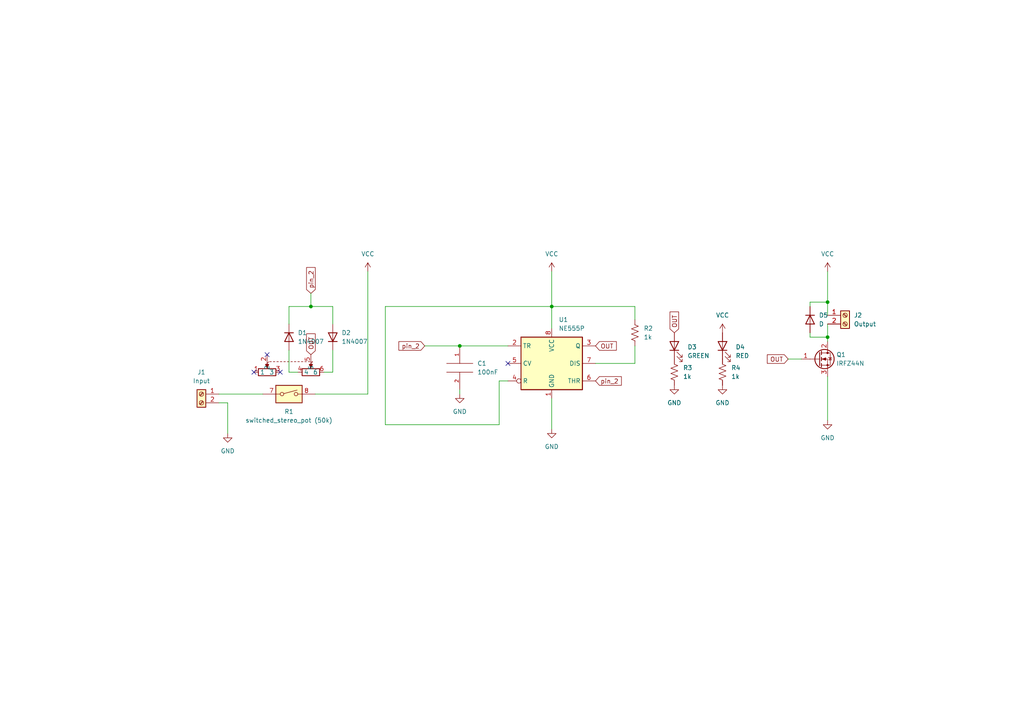
<source format=kicad_sch>
(kicad_sch (version 20211123) (generator eeschema)
  (paper "A4")
  (title_block (title "NE555 Based PWM Driver") (date "2022-03-19") (rev "v1.0") (comment 2 "creativecommons.org/licenses/by/4.0/") (comment 3 "License: CC BY 4.0") (comment 4 "Author: Mehmet Emre Doğan"))
  (lib_symbols
    (symbol "Connector:Screw_Terminal_01x02" (pin_names (offset 1.016) hide)
      (property "Reference" "J" (at 0 2.54 0))
      (property "Value" "Screw_Terminal_01x02" (at 0 -5.08 0))
      (symbol "Screw_Terminal_01x02_1_1"
        (rectangle (start -1.27 1.27) (end 1.27 -3.81) (stroke (width 0.254)) (fill (type background)))
        (circle (center 0 -2.54) (radius 0.635) (stroke (width 0.1524)))
        (polyline (pts (xy -0.5334 -2.2098) (xy 0.3302 -3.048)) (stroke (width 0.1524)))
        (polyline (pts (xy -0.5334 0.3302) (xy 0.3302 -0.508)) (stroke (width 0.1524)))
        (polyline (pts (xy -0.3556 -2.032) (xy 0.508 -2.8702)) (stroke (width 0.1524)))
        (polyline (pts (xy -0.3556 0.508) (xy 0.508 -0.3302)) (stroke (width 0.1524)))
        (circle (center 0 0) (radius 0.635) (stroke (width 0.1524)))
        (pin passive line (at -5.08 0 0) (length 3.81) (name "Pin_1") (number "1"))
        (pin passive line (at -5.08 -2.54 0) (length 3.81) (name "Pin_2") (number "2"))
      )
    )
    (symbol "Device:D" (pin_numbers hide) (pin_names (offset 1.016) hide)
      (property "Reference" "D" (at 0 2.54 0))
      (property "Value" "D" (at 0 -2.54 0))
      (symbol "D_0_1"
        (polyline (pts (xy -1.27 1.27) (xy -1.27 -1.27)) (stroke (width 0.254)))
        (polyline (pts (xy 1.27 0) (xy -1.27 0)))
        (polyline (pts (xy 1.27 1.27) (xy 1.27 -1.27) (xy -1.27 0) (xy 1.27 1.27)) (stroke (width 0.254)))
      )
      (symbol "D_1_1"
        (pin passive line (at -3.81 0 0) (length 2.54) (name "K") (number "1"))
        (pin passive line (at 3.81 0 180) (length 2.54) (name "A") (number "2"))
      )
    )
    (symbol "Device:LED" (pin_numbers hide) (pin_names (offset 1.016) hide)
      (property "Reference" "D" (at 0 2.54 0))
      (property "Value" "LED" (at 0 -2.54 0))
      (symbol "LED_0_1"
        (polyline (pts (xy -1.27 -1.27) (xy -1.27 1.27)) (stroke (width 0.254)))
        (polyline (pts (xy -1.27 0) (xy 1.27 0)))
        (polyline (pts (xy 1.27 -1.27) (xy 1.27 1.27) (xy -1.27 0) (xy 1.27 -1.27)) (stroke (width 0.254)))
        (polyline (pts (xy -3.048 -0.762) (xy -4.572 -2.286) (xy -3.81 -2.286) (xy -4.572 -2.286) (xy -4.572 -1.524)))
        (polyline (pts (xy -1.778 -0.762) (xy -3.302 -2.286) (xy -2.54 -2.286) (xy -3.302 -2.286) (xy -3.302 -1.524)))
      )
      (symbol "LED_1_1"
        (pin passive line (at -3.81 0 0) (length 2.54) (name "K") (number "1"))
        (pin passive line (at 3.81 0 180) (length 2.54) (name "A") (number "2"))
      )
    )
    (symbol "Device:R_US" (pin_numbers hide) (pin_names (offset 0))
      (property "Reference" "R" (at 2.54 0 90))
      (property "Value" "R_US" (at -2.54 0 90))
      (symbol "R_US_0_1"
        (polyline (pts (xy 0 -2.286) (xy 0 -2.54)))
        (polyline (pts (xy 0 2.286) (xy 0 2.54)))
        (polyline (pts (xy 0 -0.762) (xy 1.016 -1.143) (xy 0 -1.524) (xy -1.016 -1.905) (xy 0 -2.286)))
        (polyline (pts (xy 0 0.762) (xy 1.016 0.381) (xy 0 0) (xy -1.016 -0.381) (xy 0 -0.762)))
        (polyline (pts (xy 0 2.286) (xy 1.016 1.905) (xy 0 1.524) (xy -1.016 1.143) (xy 0 0.762)))
      )
      (symbol "R_US_1_1"
        (pin passive line (at 0 3.81 270) (length 1.27) (name "~") (number "1"))
        (pin passive line (at 0 -3.81 90) (length 1.27) (name "~") (number "2"))
      )
    )
    (symbol "Diode:1N4007" (pin_numbers hide) (pin_names (offset 1.016) hide)
      (property "Reference" "D" (at 0 2.54 0))
      (property "Value" "1N4007" (at 0 -2.54 0))
      (symbol "1N4007_0_1"
        (polyline (pts (xy -1.27 1.27) (xy -1.27 -1.27)) (stroke (width 0.254)))
        (polyline (pts (xy 1.27 0) (xy -1.27 0)))
        (polyline (pts (xy 1.27 1.27) (xy 1.27 -1.27) (xy -1.27 0) (xy 1.27 1.27)) (stroke (width 0.254)))
      )
      (symbol "1N4007_1_1"
        (pin passive line (at -3.81 0 0) (length 2.54) (name "K") (number "1"))
        (pin passive line (at 3.81 0 180) (length 2.54) (name "A") (number "2"))
      )
    )
    (symbol "Timer:NE555P"
      (property "Reference" "U" (at -10.16 8.89 0))
      (property "Value" "NE555P" (at 2.54 8.89 0))
      (symbol "NE555P_0_0"
        (pin power_in line (at 0 -10.16 90) (length 2.54) (name "GND") (number "1"))
        (pin power_in line (at 0 10.16 270) (length 2.54) (name "VCC") (number "8"))
      )
      (symbol "NE555P_0_1"
        (rectangle (start -8.89 -7.62) (end 8.89 7.62) (stroke (width 0.254)) (fill (type background)))
        (rectangle (start -8.89 -7.62) (end 8.89 7.62) (stroke (width 0.254)) (fill (type background)))
      )
      (symbol "NE555P_1_1"
        (pin input line (at -12.7 5.08 0) (length 3.81) (name "TR") (number "2"))
        (pin output line (at 12.7 5.08 180) (length 3.81) (name "Q") (number "3"))
        (pin input inverted (at -12.7 -5.08 0) (length 3.81) (name "R") (number "4"))
        (pin input line (at -12.7 0 0) (length 3.81) (name "CV") (number "5"))
        (pin input line (at 12.7 -5.08 180) (length 3.81) (name "THR") (number "6"))
        (pin input line (at 12.7 0 180) (length 3.81) (name "DIS") (number "7"))
      )
    )
    (symbol "Transistor_FET:IRF540N" (pin_names hide)
      (property "Reference" "Q" (at 6.35 1.905 0))
      (property "Value" "IRF540N" (at 6.35 0 0))
      (symbol "IRF540N_0_1"
        (polyline (pts (xy 0.254 0) (xy -2.54 0)))
        (polyline (pts (xy 0.254 1.905) (xy 0.254 -1.905)) (stroke (width 0.254)))
        (polyline (pts (xy 0.762 -1.27) (xy 0.762 -2.286)) (stroke (width 0.254)))
        (polyline (pts (xy 0.762 0.508) (xy 0.762 -0.508)) (stroke (width 0.254)))
        (polyline (pts (xy 0.762 2.286) (xy 0.762 1.27)) (stroke (width 0.254)))
        (polyline (pts (xy 2.54 2.54) (xy 2.54 1.778)))
        (polyline (pts (xy 2.54 -2.54) (xy 2.54 0) (xy 0.762 0)))
        (polyline (pts (xy 0.762 -1.778) (xy 3.302 -1.778) (xy 3.302 1.778) (xy 0.762 1.778)))
        (polyline (pts (xy 1.016 0) (xy 2.032 0.381) (xy 2.032 -0.381) (xy 1.016 0)) (fill (type outline)))
        (polyline (pts (xy 2.794 0.508) (xy 2.921 0.381) (xy 3.683 0.381) (xy 3.81 0.254)))
        (polyline (pts (xy 3.302 0.381) (xy 2.921 -0.254) (xy 3.683 -0.254) (xy 3.302 0.381)))
        (circle (center 1.651 0) (radius 2.794) (stroke (width 0.254)))
        (circle (center 2.54 -1.778) (radius 0.254) (fill (type outline)))
        (circle (center 2.54 1.778) (radius 0.254) (fill (type outline)))
      )
      (symbol "IRF540N_1_1"
        (pin input line (at -5.08 0 0) (length 2.54) (name "G") (number "1"))
        (pin passive line (at 2.54 5.08 270) (length 2.54) (name "D") (number "2"))
        (pin passive line (at 2.54 -5.08 90) (length 2.54) (name "S") (number "3"))
      )
    )
    (symbol "power:GND" (power) (pin_names (offset 0))
      (property "Value" "GND" (at 0 -3.81 0))
      (symbol "GND_0_1"
        (polyline (pts (xy 0 0) (xy 0 -1.27) (xy 1.27 -1.27) (xy 0 -2.54) (xy -1.27 -1.27) (xy 0 -1.27)))
      )
      (symbol "GND_1_1"
        (pin power_in line (at 0 0 270) (length 0) hide (name "GND") (number "1"))
      )
    )
    (symbol "power:VCC" (power) (pin_names (offset 0))
      (property "Value" "VCC" (at 0 3.81 0))
      (symbol "VCC_0_1"
        (polyline (pts (xy -0.762 1.27) (xy 0 2.54)))
        (polyline (pts (xy 0 0) (xy 0 2.54)))
        (polyline (pts (xy 0 2.54) (xy 0.762 1.27)))
      )
      (symbol "VCC_1_1"
        (pin power_in line (at 0 0 90) (length 0) hide (name "VCC") (number "1"))
      )
    )
    (symbol "pspice:C" (pin_names (offset 0.254))
      (property "Reference" "C" (at 2.54 3.81 90))
      (property "Value" "C" (at 2.54 -3.81 90))
      (symbol "C_0_1"
        (polyline (pts (xy -3.81 -1.27) (xy 3.81 -1.27)))
        (polyline (pts (xy -3.81 1.27) (xy 3.81 1.27)))
      )
      (symbol "C_1_1"
        (pin passive line (at 0 6.35 270) (length 5.08) (name "~") (number "1"))
        (pin passive line (at 0 -6.35 90) (length 5.08) (name "~") (number "2"))
      )
    )
    (symbol "stereo_pot_with_switch:switched_stereo_pot"
      (property "Reference" "R" (at -6.35 10.16 0))
      (property "Value" "switched_stereo_pot" (at 5.08 10.16 0))
      (symbol "switched_stereo_pot_0_0"
        (polyline (pts (xy 3.556 -10.033) (xy 7.4422 -8.9916)))
        (circle (center 3.048 -10.16) (radius 0.508))
        (circle (center 7.112 -10.16) (radius 0.508))
      )
      (symbol "switched_stereo_pot_0_1"
        (rectangle (start -3.81 -2.794) (end 1.27 -4.826) (stroke (width 0.254)))
        (polyline (pts (xy -1.27 -1.27) (xy -1.27 -2.286)))
        (polyline (pts (xy -1.27 -1.27) (xy -1.27 -2.286)))
        (polyline (pts (xy -1.27 -1.27) (xy -0.762 -0.762)))
        (polyline (pts (xy -0.508 -0.762) (xy 0 -0.762)))
        (polyline (pts (xy 0.508 -0.762) (xy 1.016 -0.762)))
        (polyline (pts (xy 1.524 -0.762) (xy 2.032 -0.762)))
        (polyline (pts (xy 2.54 -0.762) (xy 3.048 -0.762)))
        (polyline (pts (xy 3.556 -0.762) (xy 4.064 -0.762)))
        (polyline (pts (xy 4.572 -0.762) (xy 5.08 -0.762)))
        (polyline (pts (xy 5.588 -0.762) (xy 6.096 -0.762)))
        (polyline (pts (xy 6.604 -0.762) (xy 7.112 -0.762)))
        (polyline (pts (xy 7.62 -0.762) (xy 8.128 -0.762)))
        (polyline (pts (xy 8.636 -0.762) (xy 9.144 -0.762)))
        (polyline (pts (xy 9.652 -0.762) (xy 10.16 -0.762)))
        (polyline (pts (xy 10.668 -0.762) (xy 11.176 -0.762)))
        (polyline (pts (xy 11.43 -1.27) (xy 11.43 -2.286)))
        (polyline (pts (xy 11.43 -1.27) (xy 11.43 -2.286)))
        (polyline (pts (xy 11.684 -0.762) (xy 11.938 -0.762) (xy 11.43 -1.27)))
        (polyline (pts (xy -1.27 -2.667) (xy -1.778 -1.524) (xy -0.762 -1.524) (xy -1.27 -2.667)) (fill (type outline)))
        (polyline (pts (xy 11.43 -2.667) (xy 10.922 -1.524) (xy 11.938 -1.524) (xy 11.43 -2.667)) (fill (type outline)))
        (rectangle (start 1.27 -7.62) (end 8.89 -12.7) (stroke (width 0.254)) (fill (type background)))
        (rectangle (start 8.89 -2.794) (end 13.97 -4.826) (stroke (width 0.254)))
      )
      (symbol "switched_stereo_pot_1_1"
        (pin passive line (at -5.08 -3.81 0) (length 1.27) (name "1") (number "1"))
        (pin passive line (at -1.27 1.27 270) (length 2.54) (name "2") (number "2"))
        (pin passive line (at 2.54 -3.81 180) (length 1.27) (name "3") (number "3"))
        (pin passive line (at 7.62 -3.81 0) (length 1.27) (name "4") (number "4"))
        (pin passive line (at 11.43 1.27 270) (length 2.54) (name "5") (number "5"))
        (pin passive line (at 15.24 -3.81 180) (length 1.27) (name "6") (number "6"))
        (pin passive line (at -2.54 -10.16 0) (length 5.08) (name "~") (number "7"))
        (pin passive line (at 12.7 -10.16 180) (length 5.08) (name "~") (number "8"))
      )
    )
  )
  (junction (at 133.35 100.33))
  (junction (at 240.03 87.63))
  (junction (at 90.17 88.9))
  (junction (at 240.03 97.79))
  (junction (at 160.02 88.9))
  (no_connect (at 147.32 105.41))
  (no_connect (at 77.47 102.87))
  (no_connect (at 81.28 107.95))
  (no_connect (at 73.66 107.95))
  (wire (pts (xy 184.15 105.41) (xy 184.15 100.33)))
  (wire (pts (xy 96.52 88.9) (xy 96.52 93.98)))
  (wire (pts (xy 234.95 96.52) (xy 234.95 97.79)))
  (wire (pts (xy 184.15 92.71) (xy 184.15 88.9)))
  (wire (pts (xy 83.82 88.9) (xy 90.17 88.9)))
  (wire (pts (xy 83.82 107.95) (xy 86.36 107.95)))
  (wire (pts (xy 83.82 101.6) (xy 83.82 107.95)))
  (wire (pts (xy 63.5 116.84) (xy 66.04 116.84)))
  (wire (pts (xy 160.02 78.74) (xy 160.02 88.9)))
  (wire (pts (xy 160.02 115.57) (xy 160.02 124.46)))
  (wire (pts (xy 91.44 114.3) (xy 106.68 114.3)))
  (wire (pts (xy 147.32 110.49) (xy 144.78 110.49)))
  (wire (pts (xy 228.6 104.14) (xy 232.41 104.14)))
  (wire (pts (xy 240.03 87.63) (xy 240.03 91.44)))
  (wire (pts (xy 234.95 87.63) (xy 234.95 88.9)))
  (wire (pts (xy 172.72 105.41) (xy 184.15 105.41)))
  (wire (pts (xy 96.52 101.6) (xy 96.52 107.95)))
  (wire (pts (xy 90.17 85.09) (xy 90.17 88.9)))
  (wire (pts (xy 144.78 123.19) (xy 111.76 123.19)))
  (wire (pts (xy 240.03 97.79) (xy 234.95 97.79)))
  (wire (pts (xy 133.35 100.33) (xy 147.32 100.33)))
  (wire (pts (xy 90.17 88.9) (xy 96.52 88.9)))
  (wire (pts (xy 83.82 93.98) (xy 83.82 88.9)))
  (wire (pts (xy 133.35 113.03) (xy 133.35 114.3)))
  (wire (pts (xy 240.03 93.98) (xy 240.03 97.79)))
  (wire (pts (xy 111.76 88.9) (xy 160.02 88.9)))
  (wire (pts (xy 240.03 121.92) (xy 240.03 109.22)))
  (wire (pts (xy 240.03 97.79) (xy 240.03 99.06)))
  (wire (pts (xy 63.5 114.3) (xy 76.2 114.3)))
  (wire (pts (xy 111.76 88.9) (xy 111.76 123.19)))
  (wire (pts (xy 66.04 116.84) (xy 66.04 125.73)))
  (wire (pts (xy 123.19 100.33) (xy 133.35 100.33)))
  (wire (pts (xy 240.03 87.63) (xy 234.95 87.63)))
  (wire (pts (xy 144.78 110.49) (xy 144.78 123.19)))
  (wire (pts (xy 240.03 78.74) (xy 240.03 87.63)))
  (wire (pts (xy 184.15 88.9) (xy 160.02 88.9)))
  (wire (pts (xy 160.02 88.9) (xy 160.02 95.25)))
  (wire (pts (xy 106.68 114.3) (xy 106.68 78.74)))
  (wire (pts (xy 96.52 107.95) (xy 93.98 107.95)))
  (global_label "pin_2" (shape input) (at 172.72 110.49 0) (property "Intersheet References" "${INTERSHEET_REFS}" (effects hide)))
  (global_label "OUT" (shape input) (at 172.72 100.33 0) (property "Intersheet References" "${INTERSHEET_REFS}" (effects hide)))
  (global_label "pin_2" (shape input) (at 123.19 100.33 180) (property "Intersheet References" "${INTERSHEET_REFS}" (effects hide)))
  (global_label "pin_2" (shape input) (at 90.17 85.09 90) (property "Intersheet References" "${INTERSHEET_REFS}" (effects hide)))
  (global_label "OUT" (shape input) (at 195.58 96.52 90) (property "Intersheet References" "${INTERSHEET_REFS}" (effects hide)))
  (global_label "OUT" (shape input) (at 228.6 104.14 180) (property "Intersheet References" "${INTERSHEET_REFS}" (effects hide)))
  (global_label "OUT" (shape input) (at 90.17 102.87 90) (property "Intersheet References" "${INTERSHEET_REFS}" (effects hide)))
  (symbol (lib_id "Transistor_FET:IRF540N") (at 237.49 104.14 0) (unit 1)
    (property "Reference" "Q1" (at 242.57 102.87 0) (effects (justify left)))
    (property "Value" "IRFZ44N" (at 242.57 105.41 0) (effects (justify left)))
    (property "Footprint" "Package_TO_SOT_THT:TO-220-3_Vertical" (effects hide))
    (property "Datasheet" "http://www.irf.com/product-info/datasheets/data/irf540n.pdf" (effects hide))
  )
  (symbol (lib_id "Diode:1N4007") (at 83.82 97.79 270) (unit 1)
    (property "Reference" "D1" (at 86.36 96.5199 90) (effects (justify left)))
    (property "Value" "1N4007" (at 86.36 99.0599 90) (effects (justify left)))
    (property "Footprint" "Diode_SMD:D_SMB_Handsoldering" (effects hide))
    (property "Datasheet" "http://www.vishay.com/docs/88503/1n4001.pdf" (effects hide))
  )
  (symbol (lib_id "power:VCC") (at 106.68 78.74 0) (unit 1)
    (property "Reference" "#PWR02" (effects hide))
    (property "Value" "VCC" (at 106.68 73.66 0))
  )
  (symbol (lib_id "Device:D") (at 234.95 92.71 270) (unit 1)
    (property "Reference" "D5" (at 237.49 91.4399 90) (effects (justify left)))
    (property "Value" "D" (at 237.49 93.9799 90) (effects (justify left)))
    (property "Footprint" "Diode_SMD:D_SMC_Handsoldering" (effects hide))
  )
  (symbol (lib_id "power:GND") (at 160.02 124.46 0) (unit 1)
    (property "Reference" "#PWR05" (effects hide))
    (property "Value" "GND" (at 160.02 129.54 0))
  )
  (symbol (lib_id "power:GND") (at 240.03 121.92 0) (unit 1)
    (property "Reference" "#PWR010" (effects hide))
    (property "Value" "GND" (at 240.03 127 0))
  )
  (symbol (lib_id "Device:R_US") (at 184.15 96.52 0) (unit 1)
    (property "Reference" "R2" (at 186.69 95.2499 0) (effects (justify left)))
    (property "Value" "1k" (at 186.69 97.7899 0) (effects (justify left)))
    (property "Footprint" "Resistor_SMD:R_0603_1608Metric_Pad0.98x0.95mm_HandSolder" (effects hide))
  )
  (symbol (lib_id "Connector:Screw_Terminal_01x02") (at 245.11 91.44 0) (unit 1)
    (property "Reference" "J2" (at 247.65 91.4399 0) (effects (justify left)))
    (property "Value" "Output" (at 247.65 93.9799 0) (effects (justify left)))
    (property "Footprint" "TerminalBlock_MetzConnect:TerminalBlock_MetzConnect_Type101_RT01602HBWC_1x02_P5.08mm_Horizontal" (effects hide))
  )
  (symbol (lib_id "Diode:1N4007") (at 96.52 97.79 90) (unit 1)
    (property "Reference" "D2" (at 99.06 96.5199 90) (effects (justify right)))
    (property "Value" "1N4007" (at 99.06 99.0599 90) (effects (justify right)))
    (property "Footprint" "Diode_SMD:D_SMB_Handsoldering" (effects hide))
    (property "Datasheet" "http://www.vishay.com/docs/88503/1n4001.pdf" (effects hide))
  )
  (symbol (lib_id "power:GND") (at 66.04 125.73 0) (unit 1)
    (property "Reference" "#PWR01" (effects hide))
    (property "Value" "GND" (at 66.04 130.81 0))
  )
  (symbol (lib_id "power:VCC") (at 240.03 78.74 0) (unit 1)
    (property "Reference" "#PWR09" (effects hide))
    (property "Value" "VCC" (at 240.03 73.66 0))
  )
  (symbol (lib_id "Device:LED") (at 195.58 100.33 90) (unit 1)
    (property "Reference" "D3" (at 199.39 100.6474 90) (effects (justify right)))
    (property "Value" "GREEN" (at 199.39 103.1874 90) (effects (justify right)))
    (property "Footprint" "LED_THT:LED_D5.0mm_Clear" (effects hide))
  )
  (symbol (lib_id "power:GND") (at 195.58 111.76 0) (unit 1)
    (property "Reference" "#PWR06" (effects hide))
    (property "Value" "GND" (at 195.58 116.84 0))
  )
  (symbol (lib_id "Device:R_US") (at 209.55 107.95 0) (unit 1)
    (property "Reference" "R4" (at 212.09 106.6799 0) (effects (justify left)))
    (property "Value" "1k" (at 212.09 109.2199 0) (effects (justify left)))
    (property "Footprint" "Resistor_SMD:R_0603_1608Metric_Pad0.98x0.95mm_HandSolder" (effects hide))
  )
  (symbol (lib_id "power:VCC") (at 209.55 96.52 0) (unit 1)
    (property "Reference" "#PWR07" (effects hide))
    (property "Value" "VCC" (at 209.55 91.44 0))
  )
  (symbol (lib_id "power:GND") (at 133.35 114.3 0) (unit 1)
    (property "Reference" "#PWR03" (effects hide))
    (property "Value" "GND" (at 133.35 119.38 0))
  )
  (symbol (lib_id "Device:R_US") (at 195.58 107.95 0) (unit 1)
    (property "Reference" "R3" (at 198.12 106.6799 0) (effects (justify left)))
    (property "Value" "1k" (at 198.12 109.2199 0) (effects (justify left)))
    (property "Footprint" "Resistor_SMD:R_0603_1608Metric_Pad0.98x0.95mm_HandSolder" (effects hide))
  )
  (symbol (lib_id "stereo_pot_with_switch:switched_stereo_pot") (at 78.74 104.14 0) (unit 1)
    (property "Reference" "R1" (at 83.82 119.38 0))
    (property "Value" "switched_stereo_pot (50k)" (at 83.82 121.92 0))
    (property "Footprint" "stereo_pot_with_switch:stereo_pot_with_switch" (effects hide))
  )
  (symbol (lib_id "power:GND") (at 209.55 111.76 0) (unit 1)
    (property "Reference" "#PWR08" (effects hide))
    (property "Value" "GND" (at 209.55 116.84 0))
  )
  (symbol (lib_id "Timer:NE555P") (at 160.02 105.41 0) (unit 1)
    (property "Reference" "U1" (at 162.0394 92.71 0) (effects (justify left)))
    (property "Value" "NE555P" (at 162.0394 95.25 0) (effects (justify left)))
    (property "Footprint" "Package_SO:SOIC-8-1EP_3.9x4.9mm_P1.27mm_EP2.41x3.3mm" (effects hide))
    (property "Datasheet" "http://www.ti.com/lit/ds/symlink/ne555.pdf" (effects hide))
  )
  (symbol (lib_id "power:VCC") (at 160.02 78.74 0) (unit 1)
    (property "Reference" "#PWR04" (effects hide))
    (property "Value" "VCC" (at 160.02 73.66 0))
  )
  (symbol (lib_id "pspice:C") (at 133.35 106.68 0) (unit 1)
    (property "Reference" "C1" (at 138.43 105.4099 0) (effects (justify left)))
    (property "Value" "100nF" (at 138.43 107.9499 0) (effects (justify left)))
    (property "Footprint" "Capacitor_SMD:C_0603_1608Metric_Pad1.08x0.95mm_HandSolder" (effects hide))
  )
  (symbol (lib_id "Connector:Screw_Terminal_01x02") (at 58.42 114.3 0) (mirror y) (unit 1)
    (property "Reference" "J1" (at 58.42 107.95 0))
    (property "Value" "Input" (at 58.42 110.49 0))
    (property "Footprint" "TerminalBlock_MetzConnect:TerminalBlock_MetzConnect_Type101_RT01602HBWC_1x02_P5.08mm_Horizontal" (effects hide))
  )
  (symbol (lib_id "Device:LED") (at 209.55 100.33 90) (unit 1)
    (property "Reference" "D4" (at 213.36 100.6474 90) (effects (justify right)))
    (property "Value" "RED" (at 213.36 103.1874 90) (effects (justify right)))
    (property "Footprint" "LED_THT:LED_D5.0mm_Clear" (effects hide))
  )
)
</source>
